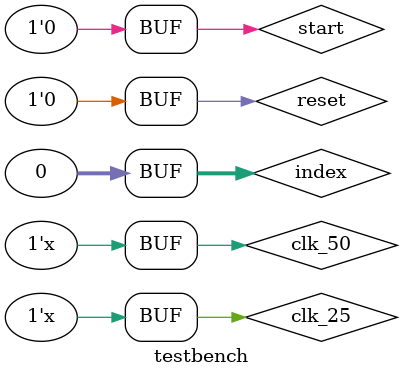
<source format=v>
`timescale 1ns/1ns

module testbench();

   reg clk_50, clk_25, reset;

   reg [31:0] index;

   reg        start;

   //Initialize clocks and index
   initial begin
      clk_50 = 1'b0;
      clk_25 = 1'b0;
      index  = 32'd0;
      //testbench_out = 15'd0 ;
   end

   //Toggle the clocks
   always begin
      #10
        clk_50  = !clk_50;
   end

   always begin
      #20
        clk_25  = !clk_25;
   end

   //Intialize and drive signals
   initial begin
      reset  = 1'b0;
      start  = 1'b0;
      #10 reset    = 1'b1;
      #30 reset    = 1'b0;
      #40 start    = 1'b1;
      #41 start    = 1'b0;
   end


   //=======================================================
   // Pipeline
   //=======================================================

   wire        done;
   wire [9:0] num_iterations;

   VLIW vliw(
             .clk            (clk_50),
             .reset          (reset),
             .start          (start),
             .done           (done),
             .num_iterations (num_iterations),
             .max_iterations (10'd1000),

             .load_enable_input(1'b1),
             .load_value (27'd123),
             .load_dest_addr(10'd1),

             .neg_enable_input(1'b1),
             .neg_src_addr(10'd1),
             .neg_dest_addr(10'd2),

             .add_enable_input(1'b1),
             .add_src1_addr(10'd1),
             .add_src2_addr(10'd258),
             .add_dest_addr(10'd0),

             .mul_enable_input(1'b1),
             .mul_src1_addr(10'd1),
             .mul_src2_addr(10'd1),
             .mul_dest_addr(10'd5)
             );

endmodule

</source>
